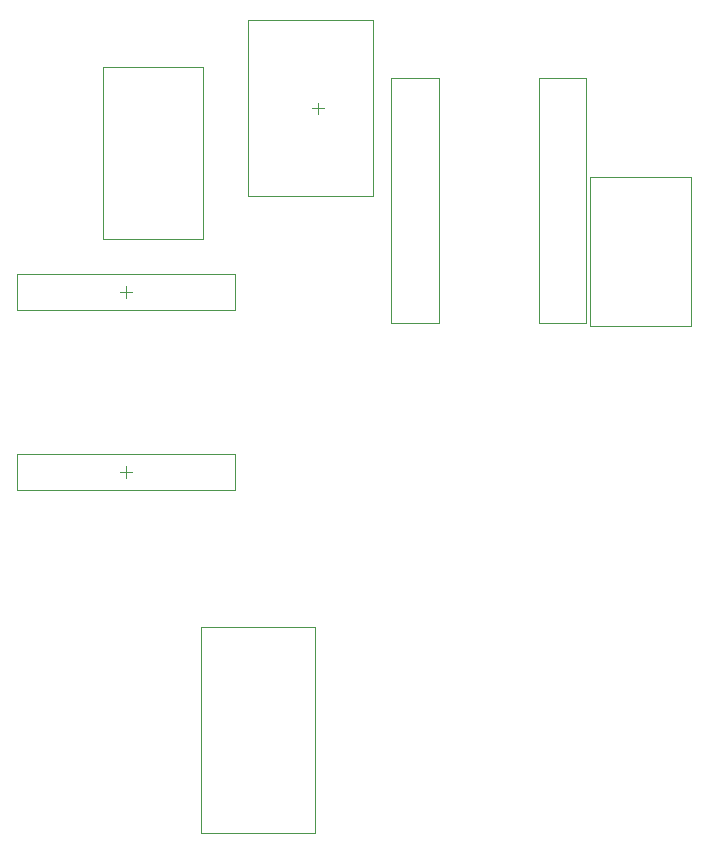
<source format=gbr>
%TF.GenerationSoftware,Altium Limited,Altium Designer,22.7.1 (60)*%
G04 Layer_Color=32768*
%FSLAX45Y45*%
%MOMM*%
%TF.SameCoordinates,61DBAAF2-DE87-4E8A-AD11-02536D302051*%
%TF.FilePolarity,Positive*%
%TF.FileFunction,Other,Unrouted*%
%TF.Part,Single*%
G01*
G75*
%TA.AperFunction,NonConductor*%
%ADD63C,0.10000*%
%ADD74C,0.05000*%
D63*
X5753888Y4588061D02*
X5753888Y5850061D01*
X6603888Y5850061D01*
X6603888Y4588061D01*
X5753888D02*
X6603888D01*
X1625284Y5325249D02*
X2475284Y5325249D01*
X2475285Y6779849D01*
X1625285Y6779850D02*
X2475285Y6779849D01*
X1625284Y5325249D02*
X1625285Y6779850D01*
X3423784Y295749D02*
X3423785Y2037250D01*
X2460784Y295749D02*
X3423784Y295749D01*
X2460784Y2037249D02*
X2460784Y295749D01*
X2460784Y2037249D02*
X3423785Y2037250D01*
D74*
X5314960Y4610501D02*
X5720961D01*
X5314960D02*
X5314961Y6692499D01*
X5720963Y6692498D01*
X5720961Y4610501D02*
X5720963Y6692498D01*
X4062960Y4610501D02*
X4468961Y4610501D01*
X4062960Y4610501D02*
X4062961Y6692498D01*
X4468962Y6692500D01*
X4468961Y4610501D02*
X4468962Y6692500D01*
X3914785Y5686001D02*
Y7176001D01*
X2854785Y7176000D02*
X3914785Y7176001D01*
X2854785Y7176000D02*
X2854785Y5686000D01*
X3914785Y5686001D01*
X3444785Y6381001D02*
X3444785Y6481000D01*
X3394785Y6431001D02*
X3494785Y6431000D01*
X900800Y3196940D02*
Y3505941D01*
Y3196940D02*
X2748800Y3196940D01*
X2748800Y3505941D02*
X2748800Y3196940D01*
X900800Y3505941D02*
X2748800Y3505941D01*
X1824800Y3301440D02*
X1824800Y3401440D01*
X1774800Y3351440D02*
X1874800D01*
X900800Y5030767D02*
X900801Y4721767D01*
X2748800Y4721767D01*
Y5030768D01*
X900800Y5030767D02*
X2748800Y5030768D01*
X1824800Y4926267D02*
X1824801Y4826268D01*
X1774800Y4876267D02*
X1874801Y4876267D01*
%TF.MD5,89999eb5a2f7f5b97e8adc504b852800*%
M02*

</source>
